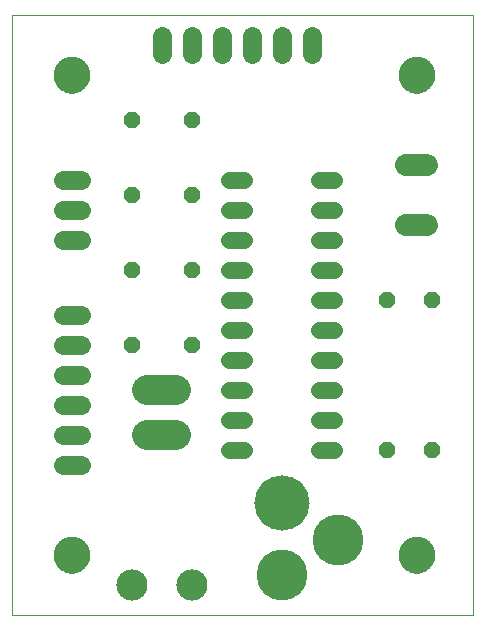
<source format=gbs>
G75*
%MOIN*%
%OFA0B0*%
%FSLAX24Y24*%
%IPPOS*%
%LPD*%
%AMOC8*
5,1,8,0,0,1.08239X$1,22.5*
%
%ADD10C,0.0000*%
%ADD11C,0.0560*%
%ADD12OC8,0.0560*%
%ADD13C,0.0640*%
%ADD14C,0.0745*%
%ADD15C,0.1840*%
%ADD16C,0.1700*%
%ADD17C,0.0985*%
%ADD18C,0.1040*%
%ADD19C,0.1221*%
D10*
X000100Y000100D02*
X000100Y020096D01*
X015470Y020096D01*
X015470Y000100D01*
X000100Y000100D01*
X001509Y002100D02*
X001511Y002148D01*
X001517Y002196D01*
X001527Y002243D01*
X001540Y002289D01*
X001558Y002334D01*
X001578Y002378D01*
X001603Y002420D01*
X001631Y002459D01*
X001661Y002496D01*
X001695Y002530D01*
X001732Y002562D01*
X001770Y002591D01*
X001811Y002616D01*
X001854Y002638D01*
X001899Y002656D01*
X001945Y002670D01*
X001992Y002681D01*
X002040Y002688D01*
X002088Y002691D01*
X002136Y002690D01*
X002184Y002685D01*
X002232Y002676D01*
X002278Y002664D01*
X002323Y002647D01*
X002367Y002627D01*
X002409Y002604D01*
X002449Y002577D01*
X002487Y002547D01*
X002522Y002514D01*
X002554Y002478D01*
X002584Y002440D01*
X002610Y002399D01*
X002632Y002356D01*
X002652Y002312D01*
X002667Y002267D01*
X002679Y002220D01*
X002687Y002172D01*
X002691Y002124D01*
X002691Y002076D01*
X002687Y002028D01*
X002679Y001980D01*
X002667Y001933D01*
X002652Y001888D01*
X002632Y001844D01*
X002610Y001801D01*
X002584Y001760D01*
X002554Y001722D01*
X002522Y001686D01*
X002487Y001653D01*
X002449Y001623D01*
X002409Y001596D01*
X002367Y001573D01*
X002323Y001553D01*
X002278Y001536D01*
X002232Y001524D01*
X002184Y001515D01*
X002136Y001510D01*
X002088Y001509D01*
X002040Y001512D01*
X001992Y001519D01*
X001945Y001530D01*
X001899Y001544D01*
X001854Y001562D01*
X001811Y001584D01*
X001770Y001609D01*
X001732Y001638D01*
X001695Y001670D01*
X001661Y001704D01*
X001631Y001741D01*
X001603Y001780D01*
X001578Y001822D01*
X001558Y001866D01*
X001540Y001911D01*
X001527Y001957D01*
X001517Y002004D01*
X001511Y002052D01*
X001509Y002100D01*
X013009Y002100D02*
X013011Y002148D01*
X013017Y002196D01*
X013027Y002243D01*
X013040Y002289D01*
X013058Y002334D01*
X013078Y002378D01*
X013103Y002420D01*
X013131Y002459D01*
X013161Y002496D01*
X013195Y002530D01*
X013232Y002562D01*
X013270Y002591D01*
X013311Y002616D01*
X013354Y002638D01*
X013399Y002656D01*
X013445Y002670D01*
X013492Y002681D01*
X013540Y002688D01*
X013588Y002691D01*
X013636Y002690D01*
X013684Y002685D01*
X013732Y002676D01*
X013778Y002664D01*
X013823Y002647D01*
X013867Y002627D01*
X013909Y002604D01*
X013949Y002577D01*
X013987Y002547D01*
X014022Y002514D01*
X014054Y002478D01*
X014084Y002440D01*
X014110Y002399D01*
X014132Y002356D01*
X014152Y002312D01*
X014167Y002267D01*
X014179Y002220D01*
X014187Y002172D01*
X014191Y002124D01*
X014191Y002076D01*
X014187Y002028D01*
X014179Y001980D01*
X014167Y001933D01*
X014152Y001888D01*
X014132Y001844D01*
X014110Y001801D01*
X014084Y001760D01*
X014054Y001722D01*
X014022Y001686D01*
X013987Y001653D01*
X013949Y001623D01*
X013909Y001596D01*
X013867Y001573D01*
X013823Y001553D01*
X013778Y001536D01*
X013732Y001524D01*
X013684Y001515D01*
X013636Y001510D01*
X013588Y001509D01*
X013540Y001512D01*
X013492Y001519D01*
X013445Y001530D01*
X013399Y001544D01*
X013354Y001562D01*
X013311Y001584D01*
X013270Y001609D01*
X013232Y001638D01*
X013195Y001670D01*
X013161Y001704D01*
X013131Y001741D01*
X013103Y001780D01*
X013078Y001822D01*
X013058Y001866D01*
X013040Y001911D01*
X013027Y001957D01*
X013017Y002004D01*
X013011Y002052D01*
X013009Y002100D01*
X013009Y018100D02*
X013011Y018148D01*
X013017Y018196D01*
X013027Y018243D01*
X013040Y018289D01*
X013058Y018334D01*
X013078Y018378D01*
X013103Y018420D01*
X013131Y018459D01*
X013161Y018496D01*
X013195Y018530D01*
X013232Y018562D01*
X013270Y018591D01*
X013311Y018616D01*
X013354Y018638D01*
X013399Y018656D01*
X013445Y018670D01*
X013492Y018681D01*
X013540Y018688D01*
X013588Y018691D01*
X013636Y018690D01*
X013684Y018685D01*
X013732Y018676D01*
X013778Y018664D01*
X013823Y018647D01*
X013867Y018627D01*
X013909Y018604D01*
X013949Y018577D01*
X013987Y018547D01*
X014022Y018514D01*
X014054Y018478D01*
X014084Y018440D01*
X014110Y018399D01*
X014132Y018356D01*
X014152Y018312D01*
X014167Y018267D01*
X014179Y018220D01*
X014187Y018172D01*
X014191Y018124D01*
X014191Y018076D01*
X014187Y018028D01*
X014179Y017980D01*
X014167Y017933D01*
X014152Y017888D01*
X014132Y017844D01*
X014110Y017801D01*
X014084Y017760D01*
X014054Y017722D01*
X014022Y017686D01*
X013987Y017653D01*
X013949Y017623D01*
X013909Y017596D01*
X013867Y017573D01*
X013823Y017553D01*
X013778Y017536D01*
X013732Y017524D01*
X013684Y017515D01*
X013636Y017510D01*
X013588Y017509D01*
X013540Y017512D01*
X013492Y017519D01*
X013445Y017530D01*
X013399Y017544D01*
X013354Y017562D01*
X013311Y017584D01*
X013270Y017609D01*
X013232Y017638D01*
X013195Y017670D01*
X013161Y017704D01*
X013131Y017741D01*
X013103Y017780D01*
X013078Y017822D01*
X013058Y017866D01*
X013040Y017911D01*
X013027Y017957D01*
X013017Y018004D01*
X013011Y018052D01*
X013009Y018100D01*
X001509Y018100D02*
X001511Y018148D01*
X001517Y018196D01*
X001527Y018243D01*
X001540Y018289D01*
X001558Y018334D01*
X001578Y018378D01*
X001603Y018420D01*
X001631Y018459D01*
X001661Y018496D01*
X001695Y018530D01*
X001732Y018562D01*
X001770Y018591D01*
X001811Y018616D01*
X001854Y018638D01*
X001899Y018656D01*
X001945Y018670D01*
X001992Y018681D01*
X002040Y018688D01*
X002088Y018691D01*
X002136Y018690D01*
X002184Y018685D01*
X002232Y018676D01*
X002278Y018664D01*
X002323Y018647D01*
X002367Y018627D01*
X002409Y018604D01*
X002449Y018577D01*
X002487Y018547D01*
X002522Y018514D01*
X002554Y018478D01*
X002584Y018440D01*
X002610Y018399D01*
X002632Y018356D01*
X002652Y018312D01*
X002667Y018267D01*
X002679Y018220D01*
X002687Y018172D01*
X002691Y018124D01*
X002691Y018076D01*
X002687Y018028D01*
X002679Y017980D01*
X002667Y017933D01*
X002652Y017888D01*
X002632Y017844D01*
X002610Y017801D01*
X002584Y017760D01*
X002554Y017722D01*
X002522Y017686D01*
X002487Y017653D01*
X002449Y017623D01*
X002409Y017596D01*
X002367Y017573D01*
X002323Y017553D01*
X002278Y017536D01*
X002232Y017524D01*
X002184Y017515D01*
X002136Y017510D01*
X002088Y017509D01*
X002040Y017512D01*
X001992Y017519D01*
X001945Y017530D01*
X001899Y017544D01*
X001854Y017562D01*
X001811Y017584D01*
X001770Y017609D01*
X001732Y017638D01*
X001695Y017670D01*
X001661Y017704D01*
X001631Y017741D01*
X001603Y017780D01*
X001578Y017822D01*
X001558Y017866D01*
X001540Y017911D01*
X001527Y017957D01*
X001517Y018004D01*
X001511Y018052D01*
X001509Y018100D01*
D11*
X007340Y014600D02*
X007860Y014600D01*
X007860Y013600D02*
X007340Y013600D01*
X007340Y012600D02*
X007860Y012600D01*
X007860Y011600D02*
X007340Y011600D01*
X007340Y010600D02*
X007860Y010600D01*
X007860Y009600D02*
X007340Y009600D01*
X007340Y008600D02*
X007860Y008600D01*
X007860Y007600D02*
X007340Y007600D01*
X007340Y006600D02*
X007860Y006600D01*
X007860Y005600D02*
X007340Y005600D01*
X010340Y005600D02*
X010860Y005600D01*
X010860Y006600D02*
X010340Y006600D01*
X010340Y007600D02*
X010860Y007600D01*
X010860Y008600D02*
X010340Y008600D01*
X010340Y009600D02*
X010860Y009600D01*
X010860Y010600D02*
X010340Y010600D01*
X010340Y011600D02*
X010860Y011600D01*
X010860Y012600D02*
X010340Y012600D01*
X010340Y013600D02*
X010860Y013600D01*
X010860Y014600D02*
X010340Y014600D01*
D12*
X012600Y010600D03*
X014100Y010600D03*
X014100Y005600D03*
X012600Y005600D03*
X006100Y009100D03*
X006100Y011600D03*
X006100Y014100D03*
X004100Y014100D03*
X004100Y011600D03*
X004100Y009100D03*
X004100Y016600D03*
X006100Y016600D03*
D13*
X006100Y018800D02*
X006100Y019400D01*
X007100Y019400D02*
X007100Y018800D01*
X008100Y018800D02*
X008100Y019400D01*
X009100Y019400D02*
X009100Y018800D01*
X010100Y018800D02*
X010100Y019400D01*
X005100Y019400D02*
X005100Y018800D01*
X002400Y014600D02*
X001800Y014600D01*
X001800Y013600D02*
X002400Y013600D01*
X002400Y012600D02*
X001800Y012600D01*
X001800Y010100D02*
X002400Y010100D01*
X002400Y009100D02*
X001800Y009100D01*
X001800Y008100D02*
X002400Y008100D01*
X002400Y007100D02*
X001800Y007100D01*
X001800Y006100D02*
X002400Y006100D01*
X002400Y005100D02*
X001800Y005100D01*
D14*
X013248Y013116D02*
X013953Y013116D01*
X013953Y015084D02*
X013248Y015084D01*
D15*
X009100Y003820D03*
D16*
X009100Y001419D03*
X010990Y002600D03*
D17*
X005573Y006100D02*
X004628Y006100D01*
X004628Y007600D02*
X005573Y007600D01*
D18*
X006100Y001100D03*
X004100Y001100D03*
D19*
X002100Y002100D03*
X013600Y002100D03*
X013600Y018100D03*
X002100Y018100D03*
M02*

</source>
